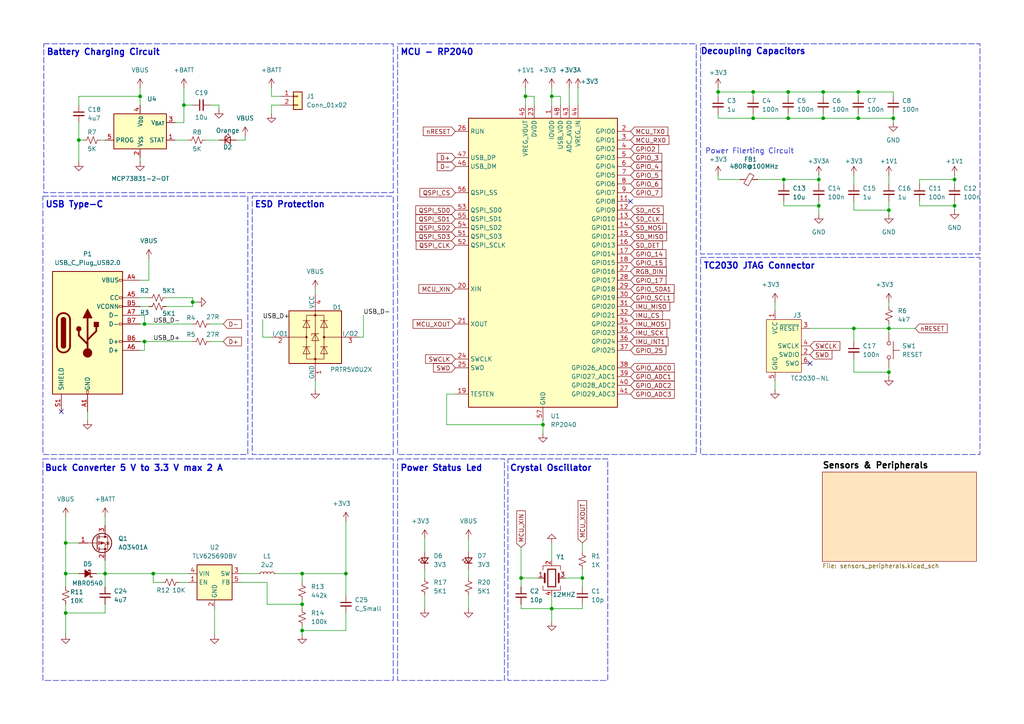
<source format=kicad_sch>
(kicad_sch (version 20231120) (generator "eeschema") (generator_version "8.0")
  (paper "A4")
  (title_block (title "RP2040 Motion Logger") (date "2024-10-09") (rev "1") (company "Rishikesh ") (comment 1 "github.com/rishikesh2715/RP2040_Motion_Logger"))
  (junction (at 151.13 167.64))
  (junction (at 100.33 166.37))
  (junction (at 19.05 177.8))
  (junction (at 168.91 167.64))
  (junction (at 237.49 59.69))
  (junction (at 157.48 123.19))
  (junction (at 152.4 27.94))
  (junction (at 208.28 26.67))
  (junction (at 248.92 26.67))
  (junction (at 87.63 182.88))
  (junction (at 40.64 27.94))
  (junction (at 19.05 166.37))
  (junction (at 55.88 87.63))
  (junction (at 19.05 157.48))
  (junction (at 238.76 26.67))
  (junction (at 227.33 52.07))
  (junction (at 22.86 40.64))
  (junction (at 259.08 34.29))
  (junction (at 238.76 34.29))
  (junction (at 218.44 34.29))
  (junction (at 237.49 52.07))
  (junction (at 53.34 30.48))
  (junction (at 276.86 59.69))
  (junction (at 257.81 107.95))
  (junction (at 248.92 34.29))
  (junction (at 228.6 26.67))
  (junction (at 41.91 99.06))
  (junction (at 30.48 166.37))
  (junction (at 257.81 60.96))
  (junction (at 160.02 176.53))
  (junction (at 87.63 175.26))
  (junction (at 228.6 34.29))
  (junction (at 257.81 95.25))
  (junction (at 160.02 27.94))
  (junction (at 44.45 166.37))
  (junction (at 218.44 26.67))
  (junction (at 87.63 166.37))
  (junction (at 41.91 93.98))
  (junction (at 247.65 95.25))
  (junction (at 276.86 52.07))
  (no_connect (at 17.78 119.38))
  (no_connect (at 234.95 105.41))
  (no_connect (at 182.88 58.42))
  (wire (pts (xy 29.21 40.64) (xy 30.48 40.64)))
  (wire (pts (xy 266.7 59.69) (xy 276.86 59.69)))
  (wire (pts (xy 208.28 26.67) (xy 208.28 27.94)))
  (wire (pts (xy 22.86 27.94) (xy 40.64 27.94)))
  (wire (pts (xy 237.49 50.8) (xy 237.49 52.07)))
  (wire (pts (xy 46.99 168.91) (xy 44.45 168.91)))
  (wire (pts (xy 257.81 96.52) (xy 257.81 95.25)))
  (wire (pts (xy 276.86 59.69) (xy 276.86 60.96)))
  (wire (pts (xy 19.05 166.37) (xy 19.05 157.48)))
  (wire (pts (xy 78.74 27.94) (xy 81.28 27.94)))
  (wire (pts (xy 151.13 175.26) (xy 151.13 176.53)))
  (wire (pts (xy 68.58 40.64) (xy 71.12 40.64)))
  (wire (pts (xy 63.5 30.48) (xy 63.5 31.75)))
  (wire (pts (xy 224.79 87.63) (xy 224.79 90.17)))
  (wire (pts (xy 259.08 34.29) (xy 259.08 35.56)))
  (wire (pts (xy 135.89 172.72) (xy 135.89 176.53)))
  (wire (pts (xy 266.7 53.34) (xy 266.7 52.07)))
  (wire (pts (xy 30.48 177.8) (xy 19.05 177.8)))
  (wire (pts (xy 257.81 60.96) (xy 257.81 62.23)))
  (wire (pts (xy 160.02 157.48) (xy 160.02 162.56)))
  (wire (pts (xy 162.56 30.48) (xy 162.56 27.94)))
  (wire (pts (xy 44.45 166.37) (xy 54.61 166.37)))
  (wire (pts (xy 87.63 181.61) (xy 87.63 182.88)))
  (wire (pts (xy 276.86 59.69) (xy 276.86 58.42)))
  (wire (pts (xy 91.44 83.82) (xy 91.44 85.09)))
  (wire (pts (xy 132.08 114.3) (xy 129.54 114.3)))
  (wire (pts (xy 40.64 88.9) (xy 43.18 88.9)))
  (wire (pts (xy 40.64 27.94) (xy 40.64 30.48)))
  (wire (pts (xy 87.63 175.26) (xy 87.63 173.99)))
  (wire (pts (xy 50.8 35.56) (xy 53.34 35.56)))
  (wire (pts (xy 157.48 121.92) (xy 157.48 123.19)))
  (wire (pts (xy 40.64 81.28) (xy 43.18 81.28)))
  (wire (pts (xy 22.86 166.37) (xy 19.05 166.37)))
  (wire (pts (xy 247.65 104.14) (xy 247.65 107.95)))
  (wire (pts (xy 237.49 59.69) (xy 237.49 58.42)))
  (wire (pts (xy 160.02 25.4) (xy 160.02 27.94)))
  (wire (pts (xy 228.6 33.02) (xy 228.6 34.29)))
  (wire (pts (xy 247.65 58.42) (xy 247.65 60.96)))
  (wire (pts (xy 151.13 158.75) (xy 151.13 167.64)))
  (wire (pts (xy 228.6 34.29) (xy 238.76 34.29)))
  (wire (pts (xy 227.33 59.69) (xy 237.49 59.69)))
  (wire (pts (xy 30.48 166.37) (xy 44.45 166.37)))
  (wire (pts (xy 259.08 34.29) (xy 259.08 33.02)))
  (wire (pts (xy 52.07 168.91) (xy 54.61 168.91)))
  (wire (pts (xy 257.81 95.25) (xy 247.65 95.25)))
  (wire (pts (xy 228.6 26.67) (xy 228.6 27.94)))
  (wire (pts (xy 238.76 34.29) (xy 248.92 34.29)))
  (wire (pts (xy 247.65 107.95) (xy 257.81 107.95)))
  (wire (pts (xy 100.33 177.8) (xy 100.33 182.88)))
  (wire (pts (xy 22.86 30.48) (xy 22.86 27.94)))
  (wire (pts (xy 40.64 93.98) (xy 41.91 93.98)))
  (wire (pts (xy 30.48 166.37) (xy 30.48 162.56)))
  (wire (pts (xy 224.79 110.49) (xy 224.79 113.03)))
  (wire (pts (xy 257.81 95.25) (xy 265.43 95.25)))
  (wire (pts (xy 208.28 33.02) (xy 208.28 34.29)))
  (wire (pts (xy 87.63 168.91) (xy 87.63 166.37)))
  (wire (pts (xy 30.48 166.37) (xy 30.48 170.18)))
  (wire (pts (xy 160.02 176.53) (xy 160.02 180.34)))
  (wire (pts (xy 168.91 167.64) (xy 168.91 170.18)))
  (wire (pts (xy 105.41 97.79) (xy 105.41 91.44)))
  (wire (pts (xy 257.81 87.63) (xy 257.81 88.9)))
  (wire (pts (xy 50.8 40.64) (xy 54.61 40.64)))
  (wire (pts (xy 152.4 25.4) (xy 152.4 27.94)))
  (wire (pts (xy 41.91 91.44) (xy 41.91 93.98)))
  (wire (pts (xy 53.34 35.56) (xy 53.34 30.48)))
  (wire (pts (xy 123.19 172.72) (xy 123.19 176.53)))
  (wire (pts (xy 276.86 52.07) (xy 276.86 53.34)))
  (wire (pts (xy 87.63 175.26) (xy 87.63 176.53)))
  (wire (pts (xy 151.13 176.53) (xy 160.02 176.53)))
  (wire (pts (xy 62.23 176.53) (xy 62.23 184.15)))
  (wire (pts (xy 30.48 175.26) (xy 30.48 177.8)))
  (wire (pts (xy 257.81 107.95) (xy 257.81 106.68)))
  (wire (pts (xy 40.64 91.44) (xy 41.91 91.44)))
  (wire (pts (xy 218.44 34.29) (xy 228.6 34.29)))
  (wire (pts (xy 218.44 26.67) (xy 218.44 27.94)))
  (wire (pts (xy 151.13 167.64) (xy 156.21 167.64)))
  (wire (pts (xy 69.85 168.91) (xy 77.47 168.91)))
  (wire (pts (xy 59.69 40.64) (xy 63.5 40.64)))
  (wire (pts (xy 234.95 95.25) (xy 247.65 95.25)))
  (wire (pts (xy 276.86 50.8) (xy 276.86 52.07)))
  (wire (pts (xy 100.33 182.88) (xy 87.63 182.88)))
  (wire (pts (xy 22.86 40.64) (xy 22.86 46.99)))
  (wire (pts (xy 167.64 25.4) (xy 167.64 30.48)))
  (wire (pts (xy 208.28 25.4) (xy 208.28 26.67)))
  (wire (pts (xy 238.76 33.02) (xy 238.76 34.29)))
  (wire (pts (xy 129.54 123.19) (xy 157.48 123.19)))
  (wire (pts (xy 40.64 86.36) (xy 43.18 86.36)))
  (wire (pts (xy 71.12 40.64) (xy 71.12 39.37)))
  (wire (pts (xy 129.54 114.3) (xy 129.54 123.19)))
  (wire (pts (xy 100.33 172.72) (xy 100.33 166.37)))
  (wire (pts (xy 160.02 176.53) (xy 168.91 176.53)))
  (wire (pts (xy 259.08 26.67) (xy 248.92 26.67)))
  (wire (pts (xy 76.2 97.79) (xy 76.2 92.71)))
  (wire (pts (xy 41.91 93.98) (xy 55.88 93.98)))
  (wire (pts (xy 259.08 27.94) (xy 259.08 26.67)))
  (wire (pts (xy 27.94 166.37) (xy 30.48 166.37)))
  (wire (pts (xy 78.74 30.48) (xy 78.74 33.02)))
  (wire (pts (xy 87.63 182.88) (xy 87.63 184.15)))
  (wire (pts (xy 24.13 40.64) (xy 22.86 40.64)))
  (wire (pts (xy 41.91 101.6) (xy 41.91 99.06)))
  (wire (pts (xy 151.13 170.18) (xy 151.13 167.64)))
  (wire (pts (xy 266.7 58.42) (xy 266.7 59.69)))
  (wire (pts (xy 162.56 27.94) (xy 160.02 27.94)))
  (wire (pts (xy 168.91 175.26) (xy 168.91 176.53)))
  (wire (pts (xy 157.48 123.19) (xy 157.48 125.73)))
  (wire (pts (xy 257.81 60.96) (xy 257.81 58.42)))
  (wire (pts (xy 53.34 30.48) (xy 55.88 30.48)))
  (wire (pts (xy 208.28 52.07) (xy 214.63 52.07)))
  (wire (pts (xy 248.92 33.02) (xy 248.92 34.29)))
  (wire (pts (xy 160.02 172.72) (xy 160.02 176.53)))
  (wire (pts (xy 40.64 45.72) (xy 40.64 46.99)))
  (wire (pts (xy 48.26 86.36) (xy 55.88 86.36)))
  (wire (pts (xy 266.7 52.07) (xy 276.86 52.07)))
  (wire (pts (xy 40.64 101.6) (xy 41.91 101.6)))
  (wire (pts (xy 22.86 40.64) (xy 22.86 35.56)))
  (wire (pts (xy 135.89 165.1) (xy 135.89 167.64)))
  (wire (pts (xy 100.33 166.37) (xy 87.63 166.37)))
  (wire (pts (xy 104.14 97.79) (xy 105.41 97.79)))
  (wire (pts (xy 60.96 93.98) (xy 64.77 93.98)))
  (wire (pts (xy 208.28 34.29) (xy 218.44 34.29)))
  (wire (pts (xy 248.92 34.29) (xy 259.08 34.29)))
  (wire (pts (xy 48.26 88.9) (xy 55.88 88.9)))
  (wire (pts (xy 237.49 52.07) (xy 227.33 52.07)))
  (wire (pts (xy 60.96 99.06) (xy 64.77 99.06)))
  (wire (pts (xy 41.91 99.06) (xy 55.88 99.06)))
  (wire (pts (xy 78.74 25.4) (xy 78.74 27.94)))
  (wire (pts (xy 228.6 26.67) (xy 218.44 26.67)))
  (wire (pts (xy 87.63 166.37) (xy 80.01 166.37)))
  (wire (pts (xy 257.81 107.95) (xy 257.81 109.22)))
  (wire (pts (xy 123.19 165.1) (xy 123.19 167.64)))
  (wire (pts (xy 257.81 50.8) (xy 257.81 53.34)))
  (wire (pts (xy 154.94 30.48) (xy 154.94 27.94)))
  (wire (pts (xy 163.83 167.64) (xy 168.91 167.64)))
  (wire (pts (xy 218.44 33.02) (xy 218.44 34.29)))
  (wire (pts (xy 78.74 97.79) (xy 76.2 97.79)))
  (wire (pts (xy 168.91 157.48) (xy 168.91 160.02)))
  (wire (pts (xy 19.05 157.48) (xy 22.86 157.48)))
  (wire (pts (xy 19.05 166.37) (xy 19.05 170.18)))
  (wire (pts (xy 40.64 25.4) (xy 40.64 27.94)))
  (wire (pts (xy 247.65 60.96) (xy 257.81 60.96)))
  (wire (pts (xy 123.19 156.21) (xy 123.19 160.02)))
  (wire (pts (xy 135.89 156.21) (xy 135.89 160.02)))
  (wire (pts (xy 25.4 119.38) (xy 25.4 121.92)))
  (wire (pts (xy 78.74 30.48) (xy 81.28 30.48)))
  (wire (pts (xy 248.92 26.67) (xy 248.92 27.94)))
  (wire (pts (xy 55.88 86.36) (xy 55.88 87.63)))
  (wire (pts (xy 227.33 52.07) (xy 227.33 53.34)))
  (wire (pts (xy 53.34 30.48) (xy 53.34 25.4)))
  (wire (pts (xy 154.94 27.94) (xy 152.4 27.94)))
  (wire (pts (xy 77.47 168.91) (xy 77.47 175.26)))
  (wire (pts (xy 152.4 27.94) (xy 152.4 30.48)))
  (wire (pts (xy 227.33 58.42) (xy 227.33 59.69)))
  (wire (pts (xy 100.33 151.13) (xy 100.33 166.37)))
  (wire (pts (xy 19.05 175.26) (xy 19.05 177.8)))
  (wire (pts (xy 160.02 27.94) (xy 160.02 30.48)))
  (wire (pts (xy 40.64 99.06) (xy 41.91 99.06)))
  (wire (pts (xy 238.76 26.67) (xy 238.76 27.94)))
  (wire (pts (xy 55.88 87.63) (xy 57.15 87.63)))
  (wire (pts (xy 219.71 52.07) (xy 227.33 52.07)))
  (wire (pts (xy 165.1 25.4) (xy 165.1 30.48)))
  (wire (pts (xy 69.85 166.37) (xy 74.93 166.37)))
  (wire (pts (xy 237.49 53.34) (xy 237.49 52.07)))
  (wire (pts (xy 30.48 149.86) (xy 30.48 152.4)))
  (wire (pts (xy 168.91 165.1) (xy 168.91 167.64)))
  (wire (pts (xy 248.92 26.67) (xy 238.76 26.67)))
  (wire (pts (xy 208.28 50.8) (xy 208.28 52.07)))
  (wire (pts (xy 60.96 30.48) (xy 63.5 30.48)))
  (wire (pts (xy 237.49 59.69) (xy 237.49 62.23)))
  (wire (pts (xy 238.76 26.67) (xy 228.6 26.67)))
  (wire (pts (xy 44.45 168.91) (xy 44.45 166.37)))
  (wire (pts (xy 55.88 88.9) (xy 55.88 87.63)))
  (wire (pts (xy 257.81 93.98) (xy 257.81 95.25)))
  (wire (pts (xy 247.65 95.25) (xy 247.65 99.06)))
  (wire (pts (xy 218.44 26.67) (xy 208.28 26.67)))
  (wire (pts (xy 91.44 110.49) (xy 91.44 113.03)))
  (wire (pts (xy 77.47 175.26) (xy 87.63 175.26)))
  (wire (pts (xy 43.18 81.28) (xy 43.18 74.93)))
  (wire (pts (xy 247.65 50.8) (xy 247.65 53.34)))
  (wire (pts (xy 19.05 149.86) (xy 19.05 157.48)))
  (wire (pts (xy 19.05 177.8) (xy 19.05 184.15)))
  (rectangle (start 147.32 133.096) (end 176.276 197.358) (stroke (width 0) (type dash)))
  (rectangle (start 203.2 12.7) (end 284.226 73.66) (stroke (width 0) (type dash)))
  (rectangle (start 12.446 56.896) (end 71.882 131.826) (stroke (width 0) (type dash)))
  (rectangle (start 12.7 12.7) (end 114.046 55.88) (stroke (width 0) (type dash)))
  (rectangle (start 203.2 74.676) (end 284.226 131.826) (stroke (width 0) (type dash)))
  (rectangle (start 12.446 133.096) (end 114.046 197.358) (stroke (width 0) (type dash)))
  (rectangle (start 73.152 56.896) (end 114.046 131.826) (stroke (width 0) (type dash)))
  (rectangle (start 115.316 12.7) (end 201.93 131.826) (stroke (width 0) (type dash)))
  (rectangle (start 115.316 133.096) (end 146.304 197.358) (stroke (width 0) (type dash)))
  (text "Battery Charging Circuit" (at 29.972 15.24 0) (effects (font (size 1.778 1.778) (bold yes))))
  (text "Crystal Oscillator" (at 159.766 135.89 0) (effects (font (size 1.778 1.778) (bold yes))))
  (text "USB Type-C" (at 21.59 59.436 0) (effects (font (size 1.778 1.778) (bold yes))))
  (text "ESD Protection" (at 84.074 59.436 0) (effects (font (size 1.778 1.778) (bold yes))))
  (text "TC2030 JTAG Connector" (at 220.218 77.216 0) (effects (font (size 1.778 1.778) (bold yes))))
  (text "Power Status Led" (at 128.016 135.89 0) (effects (font (size 1.778 1.778) (bold yes))))
  (text "MCU - RP2040" (at 126.746 15.24 0) (effects (font (size 1.778 1.778) (thickness 0.3556) (bold yes))))
  (text "Power Filerting Circuit" (at 217.424 43.942 0) (effects (font (size 1.5 1.5))))
  (text "Buck Converter 5 V to 3.3 V max 2 A" (at 38.862 135.89 0) (effects (font (size 1.778 1.778) (bold yes))))
  (text "Decoupling Capacitors" (at 218.44 14.986 0) (effects (font (size 1.778 1.778) (bold yes))))
  (label "USB_D-" (at 105.41 91.44 0))
  (label "USB_D+" (at 76.2 92.71 0))
  (label "USB_D+" (at 44.45 99.06 0))
  (label "USB_D-" (at 44.45 93.98 0))
  (global_label "SWD" (shape input) (at 132.08 106.68 180) (property "Intersheetrefs" "${INTERSHEET_REFS}" (effects (hide yes))))
  (global_label "D-" (shape input) (at 132.08 48.26 180) (property "Intersheetrefs" "${INTERSHEET_REFS}" (effects (hide yes))))
  (global_label "QSPI_CS" (shape input) (at 132.08 55.88 180) (property "Intersheetrefs" "${INTERSHEET_REFS}" (effects (hide yes))))
  (global_label "MCU_XIN" (shape input) (at 132.08 83.82 180) (property "Intersheetrefs" "${INTERSHEET_REFS}" (effects (hide yes))))
  (global_label "SD_CLK" (shape input) (at 182.88 63.5 0) (property "Intersheetrefs" "${INTERSHEET_REFS}" (effects (hide yes))))
  (global_label "IMU_SCK" (shape input) (at 182.88 96.52 0) (property "Intersheetrefs" "${INTERSHEET_REFS}" (effects (hide yes))))
  (global_label "SD_DET" (shape input) (at 182.88 71.12 0) (property "Intersheetrefs" "${INTERSHEET_REFS}" (effects (hide yes))))
  (global_label "GPIO2" (shape input) (at 182.88 43.18 0) (property "Intersheetrefs" "${INTERSHEET_REFS}" (effects (hide yes))))
  (global_label "GPIO_ADC3" (shape input) (at 182.88 114.3 0) (property "Intersheetrefs" "${INTERSHEET_REFS}" (effects (hide yes))))
  (global_label "GPIO_25" (shape input) (at 182.88 101.6 0) (property "Intersheetrefs" "${INTERSHEET_REFS}" (effects (hide yes))))
  (global_label "SD_MISO" (shape input) (at 182.88 68.58 0) (property "Intersheetrefs" "${INTERSHEET_REFS}" (effects (hide yes))))
  (global_label "GPIO_3" (shape input) (at 182.88 45.72 0) (property "Intersheetrefs" "${INTERSHEET_REFS}" (effects (hide yes))))
  (global_label "IMU_INT1" (shape input) (at 182.88 99.06 0) (property "Intersheetrefs" "${INTERSHEET_REFS}" (effects (hide yes))))
  (global_label "IMU_CS" (shape input) (at 182.88 91.44 0) (property "Intersheetrefs" "${INTERSHEET_REFS}" (effects (hide yes))))
  (global_label "GPIO_15" (shape input) (at 182.88 76.2 0) (property "Intersheetrefs" "${INTERSHEET_REFS}" (effects (hide yes))))
  (global_label "QSPI_SD1" (shape input) (at 132.08 63.5 180) (property "Intersheetrefs" "${INTERSHEET_REFS}" (effects (hide yes))))
  (global_label "MCU_XOUT" (shape input) (at 132.08 93.98 180) (property "Intersheetrefs" "${INTERSHEET_REFS}" (effects (hide yes))))
  (global_label "QSPI_CLK" (shape input) (at 132.08 71.12 180) (property "Intersheetrefs" "${INTERSHEET_REFS}" (effects (hide yes))))
  (global_label "GPIO_ADC0" (shape input) (at 182.88 106.68 0) (property "Intersheetrefs" "${INTERSHEET_REFS}" (effects (hide yes))))
  (global_label "nRESET" (shape input) (at 132.08 38.1 180) (property "Intersheetrefs" "${INTERSHEET_REFS}" (effects (hide yes))))
  (global_label "GPIO_14" (shape input) (at 182.88 73.66 0) (property "Intersheetrefs" "${INTERSHEET_REFS}" (effects (hide yes))))
  (global_label "RGB_DIN" (shape input) (at 182.88 78.74 0) (property "Intersheetrefs" "${INTERSHEET_REFS}" (effects (hide yes))))
  (global_label "MCU_TX0" (shape input) (at 182.88 38.1 0) (property "Intersheetrefs" "${INTERSHEET_REFS}" (effects (hide yes))))
  (global_label "IMU_MISO" (shape input) (at 182.88 88.9 0) (property "Intersheetrefs" "${INTERSHEET_REFS}" (effects (hide yes))))
  (global_label "SWCLK" (shape input) (at 132.08 104.14 180) (property "Intersheetrefs" "${INTERSHEET_REFS}" (effects (hide yes))))
  (global_label "GPIO_ADC2" (shape input) (at 182.88 111.76 0) (property "Intersheetrefs" "${INTERSHEET_REFS}" (effects (hide yes))))
  (global_label "nRESET" (shape input) (at 265.43 95.25 0) (property "Intersheetrefs" "${INTERSHEET_REFS}" (effects (hide yes))))
  (global_label "MCU_RX0" (shape input) (at 182.88 40.64 0) (property "Intersheetrefs" "${INTERSHEET_REFS}" (effects (hide yes))))
  (global_label "SD_MOSI" (shape input) (at 182.88 66.04 0) (property "Intersheetrefs" "${INTERSHEET_REFS}" (effects (hide yes))))
  (global_label "MCU_XIN" (shape input) (at 151.13 158.75 90) (property "Intersheetrefs" "${INTERSHEET_REFS}" (effects (hide yes))))
  (global_label "QSPI_SD3" (shape input) (at 132.08 68.58 180) (property "Intersheetrefs" "${INTERSHEET_REFS}" (effects (hide yes))))
  (global_label "MCU_XOUT" (shape input) (at 168.91 157.48 90) (property "Intersheetrefs" "${INTERSHEET_REFS}" (effects (hide yes))))
  (global_label "GPIO_7" (shape input) (at 182.88 55.88 0) (property "Intersheetrefs" "${INTERSHEET_REFS}" (effects (hide yes))))
  (global_label "GPIO_4" (shape input) (at 182.88 48.26 0) (property "Intersheetrefs" "${INTERSHEET_REFS}" (effects (hide yes))))
  (global_label "QSPI_SD2" (shape input) (at 132.08 66.04 180) (property "Intersheetrefs" "${INTERSHEET_REFS}" (effects (hide yes))))
  (global_label "D-" (shape input) (at 64.77 93.98 0) (property "Intersheetrefs" "${INTERSHEET_REFS}" (effects (hide yes))))
  (global_label "GPIO_17" (shape input) (at 182.88 81.28 0) (property "Intersheetrefs" "${INTERSHEET_REFS}" (effects (hide yes))))
  (global_label "SWCLK" (shape input) (at 234.95 100.33 0) (property "Intersheetrefs" "${INTERSHEET_REFS}" (effects (hide yes))))
  (global_label "GPIO_5" (shape input) (at 182.88 50.8 0) (property "Intersheetrefs" "${INTERSHEET_REFS}" (effects (hide yes))))
  (global_label "SD_nCS" (shape input) (at 182.88 60.96 0) (property "Intersheetrefs" "${INTERSHEET_REFS}" (effects (hide yes))))
  (global_label "IMU_MOSI" (shape input) (at 182.88 93.98 0) (property "Intersheetrefs" "${INTERSHEET_REFS}" (effects (hide yes))))
  (global_label "D+" (shape input) (at 132.08 45.72 180) (property "Intersheetrefs" "${INTERSHEET_REFS}" (effects (hide yes))))
  (global_label "QSPI_SD0" (shape input) (at 132.08 60.96 180) (property "Intersheetrefs" "${INTERSHEET_REFS}" (effects (hide yes))))
  (global_label "SWD" (shape input) (at 234.95 102.87 0) (property "Intersheetrefs" "${INTERSHEET_REFS}" (effects (hide yes))))
  (global_label "GPIO_SCL1" (shape input) (at 182.88 86.36 0) (property "Intersheetrefs" "${INTERSHEET_REFS}" (effects (hide yes))))
  (global_label "GPIO_ADC1" (shape input) (at 182.88 109.22 0) (property "Intersheetrefs" "${INTERSHEET_REFS}" (effects (hide yes))))
  (global_label "D+" (shape input) (at 64.77 99.06 0) (property "Intersheetrefs" "${INTERSHEET_REFS}" (effects (hide yes))))
  (global_label "GPIO_6" (shape input) (at 182.88 53.34 0) (property "Intersheetrefs" "${INTERSHEET_REFS}" (effects (hide yes))))
  (global_label "GPIO_SDA1" (shape input) (at 182.88 83.82 0) (property "Intersheetrefs" "${INTERSHEET_REFS}" (effects (hide yes))))
  (symbol (lib_id "power:+3.3V") (at 237.49 50.8 0) (unit 1)
    (property "Reference" "#PWR08" (effects (hide yes)))
    (property "Value" "+3V3A" (at 234.188 46.736 0) (effects (justify left)))
    (property "Description" "Power symbol creates a global label with name \"+3.3V\"" (effects (hide yes)))
  )
  (symbol (lib_id "power:VBUS") (at 91.44 83.82 0) (unit 1)
    (property "Reference" "#PWR020" (effects (hide yes)))
    (property "Value" "VBUS" (at 91.44 78.74 0))
    (property "Description" "Power symbol creates a global label with name \"VBUS\"" (effects (hide yes)))
  )
  (symbol (lib_id "Device:LED_Small") (at 66.04 40.64 0) (unit 1)
    (property "Reference" "D2" (at 66.04 42.672 0))
    (property "Value" "Orange" (at 66.04 37.846 0))
    (property "Footprint" "LED_SMD:LED_0402_1005Metric" (effects (hide yes)))
    (property "Description" "Light emitting diode, small symbol" (effects (hide yes)))
  )
  (symbol (lib_id "Connector:USB_C_Plug_USB2.0") (at 25.4 96.52 0) (unit 1)
    (property "Reference" "P1" (at 25.4 73.66 0))
    (property "Value" "USB_C_Plug_USB2.0" (at 25.4 76.2 0))
    (property "Footprint" "Connector_USB:USB_C_Receptacle_HRO_TYPE-C-31-M-12" (effects (hide yes)))
    (property "Datasheet" "https://www.usb.org/sites/default/files/documents/usb_type-c.zip" (effects (hide yes)))
    (property "Description" "USB 2.0-only Type-C Plug connector" (effects (hide yes)))
  )
  (symbol (lib_id "power:VBUS") (at 71.12 39.37 0) (unit 1)
    (property "Reference" "#PWR035" (effects (hide yes)))
    (property "Value" "VBUS" (at 71.12 34.29 0))
    (property "Description" "Power symbol creates a global label with name \"VBUS\"" (effects (hide yes)))
  )
  (symbol (lib_id "Device:C_Small") (at 237.49 55.88 0) (unit 1)
    (property "Reference" "C14" (at 240.03 54.6162 0) (effects (justify left)))
    (property "Value" "100n" (at 240.03 57.1562 0) (effects (justify left)))
    (property "Footprint" "Capacitor_SMD:C_0201_0603Metric" (effects (hide yes)))
    (property "Description" "Unpolarized capacitor, small symbol" (effects (hide yes)))
  )
  (symbol (lib_id "Device:R_Small_US") (at 58.42 99.06 90) (unit 1)
    (property "Reference" "R5" (at 55.372 97.028 90))
    (property "Value" "27R" (at 61.722 97.028 90))
    (property "Footprint" "Resistor_SMD:R_0201_0603Metric" (effects (hide yes)))
    (property "Description" "Resistor, small US symbol" (effects (hide yes)))
  )
  (symbol (lib_id "Device:C_Small") (at 100.33 175.26 0) (unit 1)
    (property "Reference" "C25" (at 102.87 173.9962 0) (effects (justify left)))
    (property "Value" "C_Small" (at 102.87 176.5362 0) (effects (justify left)))
    (property "Footprint" "Capacitor_SMD:C_0805_2012Metric" (effects (hide yes)))
    (property "Description" "Unpolarized capacitor, small symbol" (effects (hide yes)))
  )
  (symbol (lib_id "Connector_Generic:Conn_01x02") (at 86.36 27.94 0) (unit 1)
    (property "Reference" "J1" (at 88.9 27.9399 0) (effects (justify left)))
    (property "Value" "Conn_01x02" (at 88.9 30.4799 0) (effects (justify left)))
    (property "Footprint" "Connector_JST:JST_PH_S2B-PH-K_1x02_P2.00mm_Horizontal" (effects (hide yes)))
    (property "Description" "Generic connector, single row, 01x02, script generated (kicad-library-utils/schlib/autogen/connector/)" (effects (hide yes)))
  )
  (symbol (lib_id "Device:C_Small") (at 208.28 30.48 0) (unit 1)
    (property "Reference" "C3" (at 210.82 29.2162 0) (effects (justify left)))
    (property "Value" "1u" (at 210.82 31.7562 0) (effects (justify left)))
    (property "Footprint" "Capacitor_SMD:C_0402_1005Metric" (effects (hide yes)))
    (property "Description" "Unpolarized capacitor, small symbol" (effects (hide yes)))
  )
  (symbol (lib_id "Device:R_Small_US") (at 135.89 170.18 0) (unit 1)
    (property "Reference" "R20" (at 138.43 168.9099 0) (effects (justify left)))
    (property "Value" "5K1" (at 138.43 171.4499 0) (effects (justify left)))
    (property "Footprint" "Resistor_SMD:R_0402_1005Metric" (effects (hide yes)))
    (property "Description" "Resistor, small US symbol" (effects (hide yes)))
  )
  (symbol (lib_id "power:+3V3") (at 208.28 50.8 0) (unit 1)
    (property "Reference" "#PWR03" (effects (hide yes)))
    (property "Value" "+3V3" (at 208.28 46.228 0))
    (property "Description" "Power symbol creates a global label with name \"+3V3\"" (effects (hide yes)))
  )
  (symbol (lib_id "power:VBUS") (at 19.05 149.86 0) (unit 1)
    (property "Reference" "#PWR046" (effects (hide yes)))
    (property "Value" "VBUS" (at 19.05 144.78 0))
    (property "Description" "Power symbol creates a global label with name \"VBUS\"" (effects (hide yes)))
  )
  (symbol (lib_id "Device:R_Small_US") (at 123.19 170.18 0) (unit 1)
    (property "Reference" "R17" (at 125.73 168.9099 0) (effects (justify left)))
    (property "Value" "5K1" (at 125.73 171.4499 0) (effects (justify left)))
    (property "Footprint" "Resistor_SMD:R_0402_1005Metric" (effects (hide yes)))
    (property "Description" "Resistor, small US symbol" (effects (hide yes)))
  )
  (symbol (lib_id "Device:C_Small") (at 238.76 30.48 0) (unit 1)
    (property "Reference" "C6" (at 241.3 29.2162 0) (effects (justify left)))
    (property "Value" "100n" (at 241.3 31.7562 0) (effects (justify left)))
    (property "Footprint" "Capacitor_SMD:C_0201_0603Metric" (effects (hide yes)))
    (property "Description" "Unpolarized capacitor, small symbol" (effects (hide yes)))
  )
  (symbol (lib_id "Device:R_Small_US") (at 26.67 40.64 90) (unit 1)
    (property "Reference" "R7" (at 26.67 38.354 90))
    (property "Value" "5K" (at 26.67 43.18 90))
    (property "Footprint" "Resistor_SMD:R_0402_1005Metric" (effects (hide yes)))
    (property "Description" "Resistor, small US symbol" (effects (hide yes)))
  )
  (symbol (lib_id "power:GND") (at 160.02 180.34 0) (unit 1)
    (property "Reference" "#PWR01" (effects (hide yes)))
    (property "Value" "GND" (effects (hide yes)))
    (property "Description" "Power symbol creates a global label with name \"GND\" , ground" (effects (hide yes)))
  )
  (symbol (lib_id "power:VBUS") (at 135.89 156.21 0) (unit 1)
    (property "Reference" "#PWR071" (effects (hide yes)))
    (property "Value" "VBUS" (at 135.89 151.13 0))
    (property "Description" "Power symbol creates a global label with name \"VBUS\"" (effects (hide yes)))
  )
  (symbol (lib_id "power:+3V3") (at 208.28 25.4 0) (unit 1)
    (property "Reference" "#PWR017" (effects (hide yes)))
    (property "Value" "+3V3" (at 208.28 21.082 0))
    (property "Description" "Power symbol creates a global label with name \"+3V3\"" (effects (hide yes)))
  )
  (symbol (lib_id "power:GND") (at 237.49 62.23 0) (unit 1)
    (property "Reference" "#PWR09" (effects (hide yes)))
    (property "Value" "GND" (at 237.49 67.31 0))
    (property "Description" "Power symbol creates a global label with name \"GND\" , ground" (effects (hide yes)))
  )
  (symbol (lib_id "power:+BATT") (at 30.48 149.86 0) (unit 1)
    (property "Reference" "#PWR045" (effects (hide yes)))
    (property "Value" "+BATT" (at 30.48 144.78 0))
    (property "Description" "Power symbol creates a global label with name \"+BATT\"" (effects (hide yes)))
  )
  (symbol (lib_id "power:+BATT") (at 78.74 25.4 0) (unit 1)
    (property "Reference" "#PWR032" (effects (hide yes)))
    (property "Value" "+BATT" (at 78.74 20.32 0))
    (property "Description" "Power symbol creates a global label with name \"+BATT\"" (effects (hide yes)))
  )
  (symbol (lib_id "power:GND") (at 135.89 176.53 0) (unit 1)
    (property "Reference" "#PWR070" (effects (hide yes)))
    (property "Value" "GND" (effects (hide yes)))
    (property "Description" "Power symbol creates a global label with name \"GND\" , ground" (effects (hide yes)))
  )
  (symbol (lib_id "Device:L_Small") (at 77.47 166.37 90) (unit 1)
    (property "Reference" "L1" (at 77.47 161.29 90))
    (property "Value" "2u2" (at 77.47 163.83 90))
    (property "Footprint" "Inductor_SMD:L_Coilcraft_XAL4020-XXX" (effects (hide yes)))
    (property "Description" "Inductor, small symbol" (effects (hide yes)))
  )
  (symbol (lib_id "Device:C_Small") (at 227.33 55.88 0) (unit 1)
    (property "Reference" "C13" (at 229.87 54.6162 0) (effects (justify left)))
    (property "Value" "10u" (at 229.87 57.1562 0) (effects (justify left)))
    (property "Footprint" "Capacitor_SMD:C_0402_1005Metric" (effects (hide yes)))
    (property "Description" "Unpolarized capacitor, small symbol" (effects (hide yes)))
  )
  (symbol (lib_id "MCU_RaspberryPi:RP2040") (at 157.48 76.2 0) (unit 1)
    (property "Reference" "U1" (at 159.6741 120.65 0) (effects (justify left)))
    (property "Value" "RP2040" (at 159.6741 123.19 0) (effects (justify left)))
    (property "Footprint" "Package_DFN_QFN:QFN-56-1EP_7x7mm_P0.4mm_EP3.2x3.2mm" (effects (hide yes)))
    (property "Datasheet" "https://datasheets.raspberrypi.com/rp2040/rp2040-datasheet.pdf" (effects (hide yes)))
    (property "Description" "A microcontroller by Raspberry Pi" (effects (hide yes)))
  )
  (symbol (lib_id "Device:C_Small") (at 151.13 172.72 0) (unit 1)
    (property "Reference" "C2" (at 153.67 171.4562 0) (effects (justify left)))
    (property "Value" "10p" (at 153.67 173.9962 0) (effects (justify left)))
    (property "Footprint" "Capacitor_SMD:C_0402_1005Metric" (effects (hide yes)))
    (property "Description" "Unpolarized capacitor, small symbol" (effects (hide yes)))
  )
  (symbol (lib_id "Device:R_Small_US") (at 257.81 91.44 0) (unit 1)
    (property "Reference" "R6" (at 260.35 90.1699 0) (effects (justify left)))
    (property "Value" "4k7" (at 260.35 92.7099 0) (effects (justify left)))
    (property "Footprint" "Resistor_SMD:R_0201_0603Metric" (effects (hide yes)))
    (property "Description" "Resistor, small US symbol" (effects (hide yes)))
  )
  (symbol (lib_id "Device:C_Small") (at 257.81 55.88 0) (unit 1)
    (property "Reference" "C16" (at 260.35 54.6162 0) (effects (justify left)))
    (property "Value" "1u" (at 260.35 57.1562 0) (effects (justify left)))
    (property "Footprint" "Capacitor_SMD:C_0402_1005Metric" (effects (hide yes)))
    (property "Description" "Unpolarized capacitor, small symbol" (effects (hide yes)))
  )
  (symbol (lib_id "power:+3V3") (at 100.33 151.13 0) (unit 1)
    (property "Reference" "#PWR027" (effects (hide yes)))
    (property "Value" "+3V3" (at 99.06 146.05 0))
    (property "Description" "Power symbol creates a global label with name \"+3V3\"" (effects (hide yes)))
  )
  (symbol (lib_id "Device:LED_Small") (at 123.19 162.56 90) (unit 1)
    (property "Reference" "D6" (at 125.73 161.2264 90) (effects (justify right)))
    (property "Value" "3V3" (at 125.73 163.7664 90) (effects (justify right)))
    (property "Footprint" "LED_SMD:LED_0402_1005Metric" (effects (hide yes)))
    (property "Description" "Light emitting diode, small symbol" (effects (hide yes)))
  )
  (symbol (lib_id "Device:C_Small") (at 218.44 30.48 0) (unit 1)
    (property "Reference" "C4" (at 220.98 29.2162 0) (effects (justify left)))
    (property "Value" "100n" (at 220.98 31.7562 0) (effects (justify left)))
    (property "Footprint" "Capacitor_SMD:C_0201_0603Metric" (effects (hide yes)))
    (property "Description" "Unpolarized capacitor, small symbol" (effects (hide yes)))
  )
  (symbol (lib_id "Device:C_Small") (at 22.86 33.02 0) (unit 1)
    (property "Reference" "C18" (at 25.4 31.7562 0) (effects (justify left)))
    (property "Value" "4u7" (at 25.4 34.2962 0) (effects (justify left)))
    (property "Footprint" "Capacitor_SMD:C_0402_1005Metric" (effects (hide yes)))
    (property "Description" "Unpolarized capacitor, small symbol" (effects (hide yes)))
  )
  (symbol (lib_id "power:+1V1") (at 257.81 50.8 0) (unit 1)
    (property "Reference" "#PWR012" (effects (hide yes)))
    (property "Value" "+1V1" (at 257.81 46.736 0))
    (property "Description" "Power symbol creates a global label with name \"+1V1\"" (effects (hide yes)))
  )
  (symbol (lib_id "power:GND") (at 91.44 113.03 0) (unit 1)
    (property "Reference" "#PWR022" (effects (hide yes)))
    (property "Value" "GND" (effects (hide yes)))
    (property "Description" "Power symbol creates a global label with name \"GND\" , ground" (effects (hide yes)))
  )
  (symbol (lib_id "power:GND") (at 224.79 113.03 0) (unit 1)
    (property "Reference" "#PWR025" (effects (hide yes)))
    (property "Value" "GND" (effects (hide yes)))
    (property "Description" "Power symbol creates a global label with name \"GND\" , ground" (effects (hide yes)))
  )
  (symbol (lib_id "Connector:Conn_ARM_SWD_TagConnect_TC2030-NL") (at 227.33 100.33 0) (unit 1) (in_bom no)
    (property "Reference" "J3" (at 232.41 91.44 0) (effects (justify right)))
    (property "Value" "TC2030-NL" (at 240.538 109.728 0) (effects (justify right)))
    (property "Footprint" "Connector:Tag-Connect_TC2030-IDC-NL_2x03_P1.27mm_Vertical" (effects (hide yes)))
    (property "Datasheet" "https://www.tag-connect.com/wp-content/uploads/bsk-pdf-manager/TC2030-CTX_1.pdf" (effects (hide yes)))
    (property "Description" "Tag-Connect ARM Cortex SWD JTAG connector, 6 pin, no legs" (effects (hide yes)))
  )
  (symbol (lib_id "Device:R_Small_US") (at 45.72 88.9 90) (unit 1)
    (property "Reference" "R3" (at 41.91 90.678 90))
    (property "Value" "5K1" (at 49.022 90.932 90))
    (property "Footprint" "Resistor_SMD:R_0201_0603Metric" (effects (hide yes)))
    (property "Description" "Resistor, small US symbol" (effects (hide yes)))
  )
  (symbol (lib_id "Device:R_Small_US") (at 87.63 171.45 0) (unit 1)
    (property "Reference" "R13" (at 90.17 170.1799 0) (effects (justify left)))
    (property "Value" "442k" (at 90.17 172.7199 0) (effects (justify left)))
    (property "Footprint" "Resistor_SMD:R_0201_0603Metric" (effects (hide yes)))
    (property "Description" "Resistor, small US symbol" (effects (hide yes)))
  )
  (symbol (lib_id "power:GND") (at 259.08 35.56 0) (unit 1)
    (property "Reference" "#PWR04" (effects (hide yes)))
    (property "Value" "GND" (at 259.08 40.64 0))
    (property "Description" "Power symbol creates a global label with name \"GND\" , ground" (effects (hide yes)))
  )
  (symbol (lib_id "Device:LED_Small") (at 135.89 162.56 90) (unit 1)
    (property "Reference" "D7" (at 138.43 161.2264 90) (effects (justify right)))
    (property "Value" "3V3" (at 138.43 163.7664 90) (effects (justify right)))
    (property "Footprint" "LED_SMD:LED_0402_1005Metric" (effects (hide yes)))
    (property "Description" "Light emitting diode, small symbol" (effects (hide yes)))
  )
  (symbol (lib_id "Device:C_Small") (at 168.91 172.72 0) (unit 1)
    (property "Reference" "C1" (at 171.45 171.4562 0) (effects (justify left)))
    (property "Value" "10p" (at 171.45 173.9962 0) (effects (justify left)))
    (property "Footprint" "Capacitor_SMD:C_0402_1005Metric" (effects (hide yes)))
    (property "Description" "Unpolarized capacitor, small symbol" (effects (hide yes)))
  )
  (symbol (lib_id "power:GND") (at 22.86 46.99 0) (unit 1)
    (property "Reference" "#PWR029" (effects (hide yes)))
    (property "Value" "GND" (effects (hide yes)))
    (property "Description" "Power symbol creates a global label with name \"GND\" , ground" (effects (hide yes)))
  )
  (symbol (lib_id "power:GND") (at 123.19 176.53 0) (unit 1)
    (property "Reference" "#PWR067" (effects (hide yes)))
    (property "Value" "GND" (effects (hide yes)))
    (property "Description" "Power symbol creates a global label with name \"GND\" , ground" (effects (hide yes)))
  )
  (symbol (lib_id "Regulator_Switching:TLV62569DBV") (at 62.23 168.91 0) (unit 1)
    (property "Reference" "U2" (at 62.23 158.75 0))
    (property "Value" "TLV62569DBV" (at 62.23 161.29 0))
    (property "Footprint" "Package_TO_SOT_SMD:SOT-23-5" (effects (hide yes)))
    (property "Datasheet" "http://www.ti.com/lit/ds/symlink/tlv62569.pdf" (effects (hide yes)))
    (property "Description" "High Efficiency Synchronous Buck Converter, Adjustable Output 0.6V-5.5V, 2A, SOT-23-5" (effects (hide yes)))
  )
  (symbol (lib_id "power:+3.3VA") (at 165.1 25.4 0) (unit 1)
    (property "Reference" "#PWR016" (effects (hide yes)))
    (property "Value" "+3V3A" (at 165.354 20.32 0))
    (property "Description" "Power symbol creates a global label with name \"+3.3VA\"" (effects (hide yes)))
  )
  (symbol (lib_id "Battery_Management:MCP73831-2-OT") (at 40.64 38.1 0) (unit 1)
    (property "Reference" "U4" (at 42.672 28.702 0) (effects (justify left)))
    (property "Value" "MCP73831-2-OT" (at 32.258 51.816 0) (effects (justify left)))
    (property "Footprint" "Package_TO_SOT_SMD:SOT-23-5" (effects (hide yes)))
    (property "Datasheet" "http://ww1.microchip.com/downloads/en/DeviceDoc/20001984g.pdf" (effects (hide yes)))
    (property "Description" "Single cell, Li-Ion/Li-Po charge management controller, 4.20V, Tri-State Status Output, in SOT23-5 package" (effects (hide yes)))
  )
  (symbol (lib_id "Device:C_Small") (at 247.65 101.6 0) (unit 1)
    (property "Reference" "C17" (at 250.19 100.3362 0) (effects (justify left)))
    (property "Value" "100n" (at 250.19 102.8762 0) (effects (justify left)))
    (property "Footprint" "Capacitor_SMD:C_0201_0603Metric" (effects (hide yes)))
    (property "Description" "Unpolarized capacitor, small symbol" (effects (hide yes)))
  )
  (symbol (lib_id "Device:Crystal_GND24") (at 160.02 167.64 0) (unit 1)
    (property "Reference" "Y1" (at 162.56 161.544 0))
    (property "Value" "12MHZ" (at 163.576 172.466 0))
    (property "Footprint" "Crystal:Crystal_SMD_3225-4Pin_3.2x2.5mm" (effects (hide yes)))
    (property "Description" "Four pin crystal, GND on pins 2 and 4" (effects (hide yes)))
  )
  (symbol (lib_id "Device:C_Small") (at 276.86 55.88 0) (unit 1)
    (property "Reference" "C12" (at 279.4 54.6162 0) (effects (justify left)))
    (property "Value" "100n" (at 279.4 57.1562 0) (effects (justify left)))
    (property "Footprint" "Capacitor_SMD:C_0201_0603Metric" (effects (hide yes)))
    (property "Description" "Unpolarized capacitor, small symbol" (effects (hide yes)))
  )
  (symbol (lib_id "power:+3V3") (at 257.81 87.63 0) (unit 1)
    (property "Reference" "#PWR011" (effects (hide yes)))
    (property "Value" "+3V3" (at 256.54 82.55 0))
    (property "Description" "Power symbol creates a global label with name \"+3V3\"" (effects (hide yes)))
  )
  (symbol (lib_id "power:+BATT") (at 53.34 25.4 0) (unit 1)
    (property "Reference" "#PWR031" (effects (hide yes)))
    (property "Value" "+BATT" (at 53.34 20.32 0))
    (property "Description" "Power symbol creates a global label with name \"+BATT\"" (effects (hide yes)))
  )
  (symbol (lib_id "Device:R_Small_US") (at 57.15 40.64 90) (unit 1)
    (property "Reference" "R8" (at 57.15 38.354 90))
    (property "Value" "5K" (at 57.15 43.18 90))
    (property "Footprint" "Resistor_SMD:R_0402_1005Metric" (effects (hide yes)))
    (property "Description" "Resistor, small US symbol" (effects (hide yes)))
  )
  (symbol (lib_id "power:GND") (at 160.02 157.48 180) (unit 1)
    (property "Reference" "#PWR023" (effects (hide yes)))
    (property "Value" "GND" (effects (hide yes)))
    (property "Description" "Power symbol creates a global label with name \"GND\" , ground" (effects (hide yes)))
  )
  (symbol (lib_id "Device:R_Small_US") (at 49.53 168.91 90) (unit 1)
    (property "Reference" "R12" (at 49.276 171.196 90) (effects (justify left)))
    (property "Value" "10K" (at 53.848 171.196 90) (effects (justify left)))
    (property "Footprint" "Resistor_SMD:R_0402_1005Metric" (effects (hide yes)))
    (property "Description" "Resistor, small US symbol" (effects (hide yes)))
  )
  (symbol (lib_id "Device:C_Small") (at 266.7 55.88 0) (unit 1)
    (property "Reference" "C11" (at 269.24 54.6162 0) (effects (justify left)))
    (property "Value" "100n" (at 269.24 57.1562 0) (effects (justify left)))
    (property "Footprint" "Capacitor_SMD:C_0201_0603Metric" (effects (hide yes)))
    (property "Description" "Unpolarized capacitor, small symbol" (effects (hide yes)))
  )
  (symbol (lib_id "power:+3V3") (at 123.19 156.21 0) (unit 1)
    (property "Reference" "#PWR049" (effects (hide yes)))
    (property "Value" "+3V3" (at 121.92 151.13 0))
    (property "Description" "Power symbol creates a global label with name \"+3V3\"" (effects (hide yes)))
  )
  (symbol (lib_id "Device:C_Small") (at 30.48 172.72 0) (unit 1)
    (property "Reference" "C24" (at 33.02 171.4562 0) (effects (justify left)))
    (property "Value" "4u7" (at 33.02 173.9962 0) (effects (justify left)))
    (property "Footprint" "Capacitor_SMD:C_0805_2012Metric" (effects (hide yes)))
    (property "Description" "Unpolarized capacitor, small symbol" (effects (hide yes)))
  )
  (symbol (lib_id "power:GND") (at 63.5 31.75 0) (unit 1)
    (property "Reference" "#PWR034" (effects (hide yes)))
    (property "Value" "GND" (effects (hide yes)))
    (property "Description" "Power symbol creates a global label with name \"GND\" , ground" (effects (hide yes)))
  )
  (symbol (lib_id "power:VBUS") (at 40.64 25.4 0) (unit 1)
    (property "Reference" "#PWR028" (effects (hide yes)))
    (property "Value" "VBUS" (at 40.64 20.32 0))
    (property "Description" "Power symbol creates a global label with name \"VBUS\"" (effects (hide yes)))
  )
  (symbol (lib_id "Device:D_Schottky_Small_Filled") (at 25.4 166.37 180) (unit 1)
    (property "Reference" "D5" (at 25.4 163.576 0))
    (property "Value" "MBR0540" (at 25.4 169.164 0))
    (property "Footprint" "Diode_SMD:D_1206_3216Metric" (effects (hide yes)))
    (property "Description" "Schottky diode, small symbol, filled shape" (effects (hide yes)))
  )
  (symbol (lib_id "power:+1V1") (at 276.86 50.8 0) (unit 1)
    (property "Reference" "#PWR06" (effects (hide yes)))
    (property "Value" "+1V1" (at 276.86 46.736 0))
    (property "Description" "Power symbol creates a global label with name \"+1V1\"" (effects (hide yes)))
  )
  (symbol (lib_id "power:+3V3") (at 224.79 87.63 0) (unit 1)
    (property "Reference" "#PWR024" (effects (hide yes)))
    (property "Value" "+3V3" (at 223.52 82.55 0))
    (property "Description" "Power symbol creates a global label with name \"+3V3\"" (effects (hide yes)))
  )
  (symbol (lib_id "power:GND") (at 257.81 109.22 0) (unit 1)
    (property "Reference" "#PWR026" (effects (hide yes)))
    (property "Value" "GND" (effects (hide yes)))
    (property "Description" "Power symbol creates a global label with name \"GND\" , ground" (effects (hide yes)))
  )
  (symbol (lib_id "power:+3V3") (at 167.64 25.4 0) (unit 1)
    (property "Reference" "#PWR066" (effects (hide yes)))
    (property "Value" "+3V3" (at 170.942 23.622 0))
    (property "Description" "Power symbol creates a global label with name \"+3V3\"" (effects (hide yes)))
  )
  (symbol (lib_id "power:GND") (at 276.86 60.96 0) (unit 1)
    (property "Reference" "#PWR07" (effects (hide yes)))
    (property "Value" "GND" (at 276.86 66.04 0))
    (property "Description" "Power symbol creates a global label with name \"GND\" , ground" (effects (hide yes)))
  )
  (symbol (lib_id "power:GND") (at 157.48 125.73 0) (unit 1)
    (property "Reference" "#PWR02" (effects (hide yes)))
    (property "Value" "GND" (effects (hide yes)))
    (property "Description" "Power symbol creates a global label with name \"GND\" , ground" (effects (hide yes)))
  )
  (symbol (lib_id "Device:R_Small_US") (at 58.42 93.98 90) (unit 1)
    (property "Reference" "R4" (at 55.372 92.202 90))
    (property "Value" "27R" (at 61.722 91.948 90))
    (property "Footprint" "Resistor_SMD:R_0201_0603Metric" (effects (hide yes)))
    (property "Description" "Resistor, small US symbol" (effects (hide yes)))
  )
  (symbol (lib_id "power:+1V1") (at 152.4 25.4 0) (unit 1)
    (property "Reference" "#PWR014" (effects (hide yes)))
    (property "Value" "+1V1" (at 152.4 20.32 0))
    (property "Description" "Power symbol creates a global label with name \"+1V1\"" (effects (hide yes)))
  )
  (symbol (lib_id "Device:R_Small_US") (at 45.72 86.36 90) (unit 1)
    (property "Reference" "R2" (at 41.91 84.328 90))
    (property "Value" "5K1" (at 49.022 84.328 90))
    (property "Footprint" "Resistor_SMD:R_0201_0603Metric" (effects (hide yes)))
    (property "Description" "Resistor, small US symbol" (effects (hide yes)))
  )
  (symbol (lib_id "Device:C_Small") (at 259.08 30.48 0) (unit 1)
    (property "Reference" "C8" (at 261.62 29.2162 0) (effects (justify left)))
    (property "Value" "100n" (at 261.62 31.7562 0) (effects (justify left)))
    (property "Footprint" "Capacitor_SMD:C_0201_0603Metric" (effects (hide yes)))
    (property "Description" "Unpolarized capacitor, small symbol" (effects (hide yes)))
  )
  (symbol (lib_id "Device:R_Small_US") (at 19.05 172.72 0) (unit 1)
    (property "Reference" "R11" (at 20.32 171.704 0) (effects (justify left)))
    (property "Value" "10K" (at 20.32 174.244 0) (effects (justify left)))
    (property "Footprint" "Resistor_SMD:R_0402_1005Metric" (effects (hide yes)))
    (property "Description" "Resistor, small US symbol" (effects (hide yes)))
  )
  (symbol (lib_id "Device:C_Small") (at 228.6 30.48 0) (unit 1)
    (property "Reference" "C5" (at 231.14 29.2162 0) (effects (justify left)))
    (property "Value" "100n" (at 231.14 31.7562 0) (effects (justify left)))
    (property "Footprint" "Capacitor_SMD:C_0201_0603Metric" (effects (hide yes)))
    (property "Description" "Unpolarized capacitor, small symbol" (effects (hide yes)))
  )
  (symbol (lib_id "power:GND") (at 19.05 184.15 0) (unit 1)
    (property "Reference" "#PWR047" (effects (hide yes)))
    (property "Value" "GND" (effects (hide yes)))
    (property "Description" "Power symbol creates a global label with name \"GND\" , ground" (effects (hide yes)))
  )
  (symbol (lib_id "power:+3V3") (at 247.65 50.8 0) (unit 1)
    (property "Reference" "#PWR010" (effects (hide yes)))
    (property "Value" "+3V3" (at 247.65 46.736 0))
    (property "Description" "Power symbol creates a global label with name \"+3V3\"" (effects (hide yes)))
  )
  (symbol (lib_id "power:GND") (at 40.64 46.99 0) (unit 1)
    (property "Reference" "#PWR030" (effects (hide yes)))
    (property "Value" "GND" (effects (hide yes)))
    (property "Description" "Power symbol creates a global label with name \"GND\" , ground" (effects (hide yes)))
  )
  (symbol (lib_id "Device:R_Small_US") (at 87.63 179.07 0) (unit 1)
    (property "Reference" "R14" (at 90.17 177.7999 0) (effects (justify left)))
    (property "Value" "100k" (at 90.17 180.3399 0) (effects (justify left)))
    (property "Footprint" "Resistor_SMD:R_0201_0603Metric" (effects (hide yes)))
    (property "Description" "Resistor, small US symbol" (effects (hide yes)))
  )
  (symbol (lib_id "power:VBUS") (at 43.18 74.93 0) (unit 1)
    (property "Reference" "#PWR018" (effects (hide yes)))
    (property "Value" "VBUS" (at 43.18 69.85 0))
    (property "Description" "Power symbol creates a global label with name \"VBUS\"" (effects (hide yes)))
  )
  (symbol (lib_id "power:GND") (at 87.63 184.15 0) (unit 1)
    (property "Reference" "#PWR048" (effects (hide yes)))
    (property "Value" "GND" (effects (hide yes)))
    (property "Description" "Power symbol creates a global label with name \"GND\" , ground" (effects (hide yes)))
  )
  (symbol (lib_id "power:GND") (at 257.81 62.23 0) (unit 1)
    (property "Reference" "#PWR013" (effects (hide yes)))
    (property "Value" "GND" (at 257.81 67.31 0))
    (property "Description" "Power symbol creates a global label with name \"GND\" , ground" (effects (hide yes)))
  )
  (symbol (lib_id "power:+3V3") (at 160.02 25.4 0) (unit 1)
    (property "Reference" "#PWR015" (effects (hide yes)))
    (property "Value" "+3V3" (at 158.75 20.32 0))
    (property "Description" "Power symbol creates a global label with name \"+3V3\"" (effects (hide yes)))
  )
  (symbol (lib_id "Device:C_Small") (at 247.65 55.88 0) (unit 1)
    (property "Reference" "C15" (at 250.19 54.6162 0) (effects (justify left)))
    (property "Value" "1u" (at 250.19 57.1562 0) (effects (justify left)))
    (property "Footprint" "Capacitor_SMD:C_0402_1005Metric" (effects (hide yes)))
    (property "Description" "Unpolarized capacitor, small symbol" (effects (hide yes)))
  )
  (symbol (lib_id "Transistor_FET:AO3401A") (at 27.94 157.48 0) (unit 1)
    (property "Reference" "Q1" (at 34.29 156.2099 0) (effects (justify left)))
    (property "Value" "AO3401A" (at 34.29 158.7499 0) (effects (justify left)))
    (property "Footprint" "Package_TO_SOT_SMD:SOT-23" (effects (hide yes)))
    (property "Datasheet" "http://www.aosmd.com/pdfs/datasheet/AO3401A.pdf" (effects (hide yes)))
    (property "Description" "-4.0A Id, -30V Vds, P-Channel MOSFET, SOT-23" (effects (hide yes)))
  )
  (symbol (lib_id "Switch:SW_Push") (at 257.81 101.6 270) (unit 1)
    (property "Reference" "SW1" (at 261.62 100.3299 90) (effects (justify left)))
    (property "Value" "RESET" (at 261.62 102.8699 90) (effects (justify left)))
    (property "Footprint" "Button_Switch_SMD:SW_SPST_PTS647_Sx38" (effects (hide yes)))
    (property "Description" "Push button switch, generic, two pins" (effects (hide yes)))
  )
  (symbol (lib_id "power:GND") (at 62.23 184.15 0) (unit 1)
    (property "Reference" "#PWR044" (effects (hide yes)))
    (property "Value" "GND" (effects (hide yes)))
    (property "Description" "Power symbol creates a global label with name \"GND\" , ground" (effects (hide yes)))
  )
  (symbol (lib_id "Device:C_Small") (at 58.42 30.48 90) (unit 1)
    (property "Reference" "C19" (at 58.42 26.924 90))
    (property "Value" "10u" (at 58.42 34.036 90))
    (property "Footprint" "Capacitor_SMD:C_0603_1608Metric" (effects (hide yes)))
    (property "Description" "Unpolarized capacitor, small symbol" (effects (hide yes)))
  )
  (symbol (lib_id "power:GND") (at 25.4 121.92 0) (unit 1)
    (property "Reference" "#PWR021" (effects (hide yes)))
    (property "Value" "GND" (effects (hide yes)))
    (property "Description" "Power symbol creates a global label with name \"GND\" , ground" (effects (hide yes)))
  )
  (symbol (lib_id "Device:R_Small_US") (at 168.91 162.56 0) (unit 1)
    (property "Reference" "R1" (at 171.45 161.2899 0) (effects (justify left)))
    (property "Value" "1K" (at 171.45 163.8299 0) (effects (justify left)))
    (property "Footprint" "Resistor_SMD:R_0201_0603Metric" (effects (hide yes)))
    (property "Description" "Resistor, small US symbol" (effects (hide yes)))
  )
  (symbol (lib_id "Power_Protection:PRTR5V0U2X") (at 91.44 97.79 0) (unit 1)
    (property "Reference" "D1" (at 97.79 89.154 0))
    (property "Value" "PRTR5V0U2X" (at 101.854 107.188 0))
    (property "Footprint" "Package_TO_SOT_SMD:SOT-143" (effects (hide yes)))
    (property "Datasheet" "https://assets.nexperia.com/documents/data-sheet/PRTR5V0U2X.pdf" (effects (hide yes)))
    (property "Description" "Ultra low capacitance double rail-to-rail ESD protection diode, SOT-143" (effects (hide yes)))
  )
  (symbol (lib_id "power:GND") (at 78.74 33.02 0) (unit 1)
    (property "Reference" "#PWR033" (effects (hide yes)))
    (property "Value" "GND" (effects (hide yes)))
    (property "Description" "Power symbol creates a global label with name \"GND\" , ground" (effects (hide yes)))
  )
  (symbol (lib_id "Device:FerriteBead_Small") (at 217.17 52.07 270) (unit 1)
    (property "Reference" "FB1" (at 217.678 46.228 90))
    (property "Value" "480R@100MHz" (at 218.694 48.26 90))
    (property "Footprint" "Resistor_SMD:R_0402_1005Metric" (effects (hide yes)))
    (property "Description" "Ferrite bead, small symbol" (effects (hide yes)))
  )
  (symbol (lib_id "Device:C_Small") (at 248.92 30.48 0) (unit 1)
    (property "Reference" "C7" (at 251.46 29.2162 0) (effects (justify left)))
    (property "Value" "100n" (at 251.46 31.7562 0) (effects (justify left)))
    (property "Footprint" "Capacitor_SMD:C_0201_0603Metric" (effects (hide yes)))
    (property "Description" "Unpolarized capacitor, small symbol" (effects (hide yes)))
  )
  (symbol (lib_id "power:GND") (at 57.15 87.63 90) (unit 1)
    (property "Reference" "#PWR019" (effects (hide yes)))
    (property "Value" "GND" (effects (hide yes)))
    (property "Description" "Power symbol creates a global label with name \"GND\" , ground" (effects (hide yes)))
  )
  (sheet (at 238.506 136.906) (size 44.704 25.908) (stroke (width 0.1524)) (fill (color 255 229 191 1.0000))
    (property "Sheetname" "Sensors & Peripherals" (at 238.506 135.9404 0) (effects (font (size 1.778 1.778) (thickness 0.3556) (bold yes)) (justify left bottom)))
    (property "Sheetfile" "sensors_peripherals.kicad_sch" (at 238.506 163.3986 0) (effects (justify left top)))
  )
)
</source>
